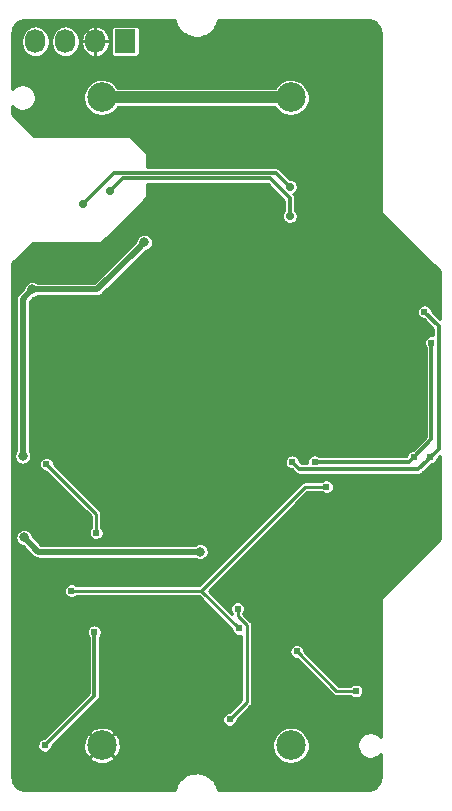
<source format=gbl>
G04 #@! TF.FileFunction,Copper,L2,Bot,Signal*
%FSLAX46Y46*%
G04 Gerber Fmt 4.6, Leading zero omitted, Abs format (unit mm)*
G04 Created by KiCad (PCBNEW 4.0.4-stable) date 2016 December 21, Wednesday 22:04:00*
%MOMM*%
%LPD*%
G01*
G04 APERTURE LIST*
%ADD10C,0.100000*%
%ADD11C,0.604800*%
%ADD12C,0.704800*%
%ADD13R,1.727200X2.032000*%
%ADD14O,1.727200X2.032000*%
%ADD15C,0.584200*%
%ADD16C,2.500000*%
%ADD17C,0.609600*%
%ADD18C,0.804800*%
%ADD19C,1.016000*%
%ADD20C,0.254000*%
%ADD21C,0.508000*%
%ADD22C,0.304800*%
%ADD23C,0.250000*%
G04 APERTURE END LIST*
D10*
D11*
X19250000Y11350000D03*
D12*
X17950000Y20700000D03*
X33600000Y46500000D03*
X34400001Y45700000D03*
X13350000Y18950000D03*
X12250000Y18950000D03*
X26850000Y22650000D03*
X29850000Y22650000D03*
X32800000Y29100000D03*
X7400000Y61350000D03*
X12900000Y11100000D03*
X32200000Y32350000D03*
X8600000Y61350000D03*
X3050000Y32400000D03*
X3050000Y33600000D03*
X24600000Y61600000D03*
X23400000Y61600000D03*
X24600000Y1400000D03*
X23400000Y1400000D03*
X8600000Y1400000D03*
X7400000Y1400000D03*
X11700000Y11100000D03*
X10500000Y11100000D03*
X34000000Y20300000D03*
X33200000Y19500000D03*
X32200000Y34550000D03*
X32200000Y38600000D03*
X27300000Y37500000D03*
X27300000Y38600000D03*
D13*
X9990001Y63800000D03*
D14*
X7450001Y63800000D03*
X4910001Y63800000D03*
X2370001Y63800000D03*
D12*
X27300000Y39700000D03*
D15*
X21900000Y12900000D03*
X22400000Y13650000D03*
X21400000Y13650000D03*
X21400000Y12150000D03*
X22400000Y12150000D03*
D16*
X24000000Y4200000D03*
X24000000Y59060000D03*
X8000000Y59060000D03*
X8000000Y4200000D03*
D11*
X24250000Y14700000D03*
D17*
X35100000Y23650000D03*
X35750000Y23650000D03*
X30000000Y48400000D03*
X30000000Y49000000D03*
X24700000Y49600000D03*
X24700000Y48400000D03*
X2800000Y56400000D03*
X34100000Y43300000D03*
D18*
X11599997Y46799997D03*
X2100000Y42800000D03*
X1300000Y28700000D03*
X1400000Y21800000D03*
X16300000Y20600000D03*
D17*
X19479566Y15779566D03*
X18800000Y6400000D03*
X3300000Y28000000D03*
X7500000Y22200000D03*
X34400000Y28600000D03*
D12*
X23900000Y49000000D03*
D17*
X26000001Y28200000D03*
D12*
X8700000Y51100000D03*
D17*
X35900000Y38300000D03*
X35800000Y28600000D03*
D12*
X23900000Y51500000D03*
X6400000Y50000000D03*
D17*
X35300000Y40900000D03*
X24100001Y28200000D03*
X27000000Y26100000D03*
X5400000Y17300000D03*
X19600000Y14100000D03*
X3150000Y4200002D03*
X7340822Y13800000D03*
X29500000Y8800000D03*
X24500000Y12150000D03*
D19*
X8000000Y59060000D02*
X24000000Y59060000D01*
D20*
X18800000Y6400000D02*
X20250000Y7850000D01*
X20250000Y7850000D02*
X20250000Y14400000D01*
X20250000Y14400000D02*
X19479566Y15170434D01*
X19479566Y15170434D02*
X19479566Y15779566D01*
D21*
X7600000Y42800000D02*
X11197598Y46397598D01*
X2100000Y42800000D02*
X7600000Y42800000D01*
X11197598Y46397598D02*
X11599997Y46799997D01*
X1300000Y28700000D02*
X1300000Y42000000D01*
X1300000Y42000000D02*
X2100000Y42800000D01*
X16300000Y20600000D02*
X2600000Y20600000D01*
X2600000Y20600000D02*
X1400000Y21800000D01*
D20*
X7500000Y22200000D02*
X7500000Y23800000D01*
X7500000Y23800000D02*
X3300000Y28000000D01*
D22*
X23900000Y49000000D02*
X23900000Y50527342D01*
X23900000Y50527342D02*
X22227342Y52200000D01*
X22227342Y52200000D02*
X9800000Y52200000D01*
X9800000Y52200000D02*
X8700000Y51100000D01*
X34400000Y28600000D02*
X34000000Y28200000D01*
X34000000Y28200000D02*
X26000001Y28200000D01*
X35900000Y30100000D02*
X35900000Y38300000D01*
X34400000Y28600000D02*
X35900000Y30100000D01*
X23547601Y51852399D02*
X23900000Y51500000D01*
X22742790Y52657210D02*
X23547601Y51852399D01*
X9057210Y52657210D02*
X22742790Y52657210D01*
X6400000Y50000000D02*
X9057210Y52657210D01*
X34790399Y27590399D02*
X35495201Y28295201D01*
X24709602Y27590399D02*
X34790399Y27590399D01*
X36509601Y39690399D02*
X36509601Y29309601D01*
X35300000Y40900000D02*
X36509601Y39690399D01*
X36509601Y29309601D02*
X36104799Y28904799D01*
X36104799Y28904799D02*
X35800000Y28600000D01*
X35495201Y28295201D02*
X35800000Y28600000D01*
X24100001Y28200000D02*
X24709602Y27590399D01*
D20*
X16400000Y17300000D02*
X25200000Y26100000D01*
X25200000Y26100000D02*
X27000000Y26100000D01*
X19600000Y14100000D02*
X16400000Y17300000D01*
X16400000Y17300000D02*
X5400000Y17300000D01*
D22*
X3454799Y4504801D02*
X3150000Y4200002D01*
X7340822Y8390824D02*
X3454799Y4504801D01*
X7340822Y13800000D02*
X7340822Y8390824D01*
D20*
X29500000Y8800000D02*
X27850000Y8800000D01*
X27850000Y8800000D02*
X24500000Y12150000D01*
D23*
G36*
X14141799Y65596799D02*
X14146790Y65571594D01*
X14148455Y65566216D01*
X14236973Y65287171D01*
X14251363Y65253597D01*
X14265295Y65219795D01*
X14267973Y65214842D01*
X14409006Y64958306D01*
X14429655Y64928149D01*
X14449875Y64897715D01*
X14453464Y64893377D01*
X14641639Y64669119D01*
X14667752Y64643547D01*
X14693498Y64617620D01*
X14697856Y64614067D01*
X14697861Y64614062D01*
X14697866Y64614058D01*
X14926011Y64430625D01*
X14956568Y64410629D01*
X14986886Y64390179D01*
X14991857Y64387537D01*
X15251293Y64251907D01*
X15285179Y64238216D01*
X15318863Y64224057D01*
X15324253Y64222430D01*
X15605090Y64139775D01*
X15640934Y64132938D01*
X15676784Y64125578D01*
X15682388Y64125029D01*
X15973932Y64098497D01*
X16010474Y64098752D01*
X16047016Y64098497D01*
X16052619Y64099047D01*
X16052623Y64099047D01*
X16343764Y64129647D01*
X16379527Y64136988D01*
X16415459Y64143842D01*
X16420848Y64145470D01*
X16700505Y64232039D01*
X16734176Y64246193D01*
X16768076Y64259889D01*
X16773047Y64262533D01*
X17030562Y64401771D01*
X17060853Y64422203D01*
X17091437Y64442216D01*
X17095800Y64445774D01*
X17321366Y64632379D01*
X17347126Y64658320D01*
X17373225Y64683877D01*
X17376808Y64688210D01*
X17376814Y64688216D01*
X17376818Y64688223D01*
X17561840Y64915080D01*
X17582048Y64945496D01*
X17602709Y64975670D01*
X17605386Y64980623D01*
X17742823Y65239104D01*
X17756742Y65272874D01*
X17771146Y65306480D01*
X17772810Y65311858D01*
X17857423Y65592112D01*
X17858351Y65596800D01*
X30480279Y65596799D01*
X30712663Y65574014D01*
X30917220Y65512254D01*
X31105890Y65411936D01*
X31271481Y65276883D01*
X31407684Y65112242D01*
X31509317Y64924275D01*
X31572503Y64720153D01*
X31596800Y64488982D01*
X31596800Y49500000D01*
X31600436Y49462915D01*
X31603680Y49425832D01*
X31604272Y49423794D01*
X31604479Y49421685D01*
X31615254Y49385995D01*
X31625635Y49350266D01*
X31626608Y49348389D01*
X31627223Y49346352D01*
X31644751Y49313387D01*
X31661848Y49280403D01*
X31663169Y49278748D01*
X31664166Y49276873D01*
X31687739Y49247969D01*
X31710941Y49218904D01*
X31713842Y49215964D01*
X31713901Y49215891D01*
X31713968Y49215835D01*
X31714895Y49214896D01*
X36596800Y44332989D01*
X36596800Y40282871D01*
X35932815Y40946857D01*
X35933027Y40962069D01*
X35908916Y41083842D01*
X35861610Y41198613D01*
X35792914Y41302010D01*
X35705442Y41390095D01*
X35602527Y41459512D01*
X35488089Y41507617D01*
X35366487Y41532579D01*
X35242352Y41533445D01*
X35120413Y41510184D01*
X35005315Y41463681D01*
X34901440Y41395708D01*
X34812747Y41308853D01*
X34742614Y41206426D01*
X34693711Y41092326D01*
X34667901Y40970901D01*
X34666168Y40846776D01*
X34688577Y40724677D01*
X34734275Y40609257D01*
X34801522Y40504911D01*
X34887755Y40415614D01*
X34989691Y40344767D01*
X35103446Y40295068D01*
X35224688Y40268411D01*
X35252500Y40267829D01*
X36029001Y39491328D01*
X36029001Y38919746D01*
X35966487Y38932579D01*
X35842352Y38933445D01*
X35720413Y38910184D01*
X35605315Y38863681D01*
X35501440Y38795708D01*
X35412747Y38708853D01*
X35342614Y38606426D01*
X35293711Y38492326D01*
X35267901Y38370901D01*
X35266168Y38246776D01*
X35288577Y38124677D01*
X35334275Y38009257D01*
X35401522Y37904911D01*
X35419400Y37886398D01*
X35419400Y30299071D01*
X34353694Y29233366D01*
X34342352Y29233445D01*
X34220413Y29210184D01*
X34105315Y29163681D01*
X34001440Y29095708D01*
X33912747Y29008853D01*
X33842614Y28906426D01*
X33793711Y28792326D01*
X33769963Y28680600D01*
X26414872Y28680600D01*
X26405443Y28690095D01*
X26302528Y28759512D01*
X26188090Y28807617D01*
X26066488Y28832579D01*
X25942353Y28833445D01*
X25820414Y28810184D01*
X25705316Y28763681D01*
X25601441Y28695708D01*
X25512748Y28608853D01*
X25442615Y28506426D01*
X25393712Y28392326D01*
X25367902Y28270901D01*
X25366169Y28146776D01*
X25380076Y28070999D01*
X24908674Y28070999D01*
X24732816Y28246857D01*
X24733028Y28262069D01*
X24708917Y28383842D01*
X24661611Y28498613D01*
X24592915Y28602010D01*
X24505443Y28690095D01*
X24402528Y28759512D01*
X24288090Y28807617D01*
X24166488Y28832579D01*
X24042353Y28833445D01*
X23920414Y28810184D01*
X23805316Y28763681D01*
X23701441Y28695708D01*
X23612748Y28608853D01*
X23542615Y28506426D01*
X23493712Y28392326D01*
X23467902Y28270901D01*
X23466169Y28146776D01*
X23488578Y28024677D01*
X23534276Y27909257D01*
X23601523Y27804911D01*
X23687756Y27715614D01*
X23789692Y27644767D01*
X23903447Y27595068D01*
X24024689Y27568411D01*
X24052500Y27567829D01*
X24369766Y27250563D01*
X24404087Y27222372D01*
X24438079Y27193849D01*
X24440294Y27192631D01*
X24442246Y27191028D01*
X24481405Y27170031D01*
X24520274Y27148663D01*
X24522677Y27147901D01*
X24524909Y27146704D01*
X24567384Y27133719D01*
X24609680Y27120301D01*
X24612194Y27120019D01*
X24614608Y27119281D01*
X24658755Y27114797D01*
X24702892Y27109846D01*
X24707831Y27109811D01*
X24707924Y27109802D01*
X24708010Y27109810D01*
X24709602Y27109799D01*
X34790399Y27109799D01*
X34834551Y27114128D01*
X34878806Y27118000D01*
X34881234Y27118706D01*
X34883748Y27118952D01*
X34926254Y27131785D01*
X34968878Y27144169D01*
X34971120Y27145331D01*
X34973541Y27146062D01*
X35012750Y27166910D01*
X35052153Y27187334D01*
X35054128Y27188911D01*
X35056359Y27190097D01*
X35090756Y27218150D01*
X35125457Y27245852D01*
X35128977Y27249323D01*
X35129046Y27249379D01*
X35129098Y27249442D01*
X35130235Y27250563D01*
X35834966Y27955295D01*
X35835037Y27955365D01*
X35845552Y27965880D01*
X35848798Y27965812D01*
X35971050Y27987368D01*
X36086787Y28032259D01*
X36191599Y28098776D01*
X36281497Y28184383D01*
X36353054Y28285822D01*
X36403545Y28399227D01*
X36431047Y28520280D01*
X36431487Y28551816D01*
X36444564Y28564893D01*
X36444635Y28564963D01*
X36596800Y28717128D01*
X36596800Y21667011D01*
X31714895Y16785105D01*
X31691262Y16756334D01*
X31667314Y16727795D01*
X31666293Y16725937D01*
X31664947Y16724299D01*
X31647321Y16691427D01*
X31629405Y16658837D01*
X31628766Y16656822D01*
X31627761Y16654948D01*
X31616857Y16619282D01*
X31605611Y16583830D01*
X31605375Y16581723D01*
X31604755Y16579696D01*
X31600992Y16542650D01*
X31596839Y16505630D01*
X31596810Y16501489D01*
X31596802Y16501407D01*
X31596809Y16501331D01*
X31596800Y16500000D01*
X31596800Y4928311D01*
X31452621Y5073499D01*
X31269196Y5197222D01*
X31065232Y5282960D01*
X30848500Y5327449D01*
X30627254Y5328993D01*
X30409921Y5287535D01*
X30204780Y5204653D01*
X30019645Y5083503D01*
X29861567Y4928702D01*
X29736567Y4746144D01*
X29649407Y4542784D01*
X29603406Y4326368D01*
X29600317Y4105138D01*
X29640257Y3887521D01*
X29721705Y3681807D01*
X29841559Y3495830D01*
X29995253Y3336675D01*
X30176934Y3210404D01*
X30379680Y3121826D01*
X30595770Y3074316D01*
X30816973Y3069682D01*
X31034863Y3108102D01*
X31241141Y3188112D01*
X31427950Y3306665D01*
X31588174Y3459244D01*
X31596800Y3471472D01*
X31596800Y1519723D01*
X31574014Y1287337D01*
X31512254Y1082781D01*
X31411935Y894107D01*
X31276888Y728523D01*
X31112240Y592315D01*
X30924279Y490684D01*
X30720150Y427496D01*
X30488972Y403199D01*
X17858204Y403201D01*
X17853214Y428405D01*
X17851551Y433775D01*
X17851549Y433782D01*
X17851546Y433788D01*
X17763029Y712828D01*
X17748654Y746367D01*
X17734709Y780201D01*
X17732031Y785154D01*
X17590998Y1041692D01*
X17570356Y1071839D01*
X17550129Y1102284D01*
X17546540Y1106622D01*
X17358365Y1330880D01*
X17332253Y1356451D01*
X17306507Y1382378D01*
X17302143Y1385937D01*
X17073993Y1569375D01*
X17043394Y1589398D01*
X17013118Y1609820D01*
X17008152Y1612460D01*
X17008148Y1612463D01*
X17008144Y1612465D01*
X16748712Y1748092D01*
X16714870Y1761765D01*
X16681142Y1775943D01*
X16675752Y1777570D01*
X16394914Y1860226D01*
X16359056Y1867066D01*
X16323219Y1874423D01*
X16317615Y1874972D01*
X16026071Y1901504D01*
X15989529Y1901249D01*
X15952987Y1901504D01*
X15947384Y1900954D01*
X15947382Y1900954D01*
X15656239Y1870354D01*
X15620476Y1863013D01*
X15584544Y1856159D01*
X15579154Y1854531D01*
X15299499Y1767963D01*
X15265828Y1753809D01*
X15231928Y1740113D01*
X15226957Y1737470D01*
X14969440Y1598232D01*
X14939132Y1577789D01*
X14908564Y1557786D01*
X14904201Y1554227D01*
X14678635Y1367623D01*
X14652875Y1341682D01*
X14626776Y1316125D01*
X14623188Y1311787D01*
X14438162Y1084922D01*
X14417971Y1054532D01*
X14397292Y1024332D01*
X14394615Y1019379D01*
X14257177Y760898D01*
X14243244Y727093D01*
X14228855Y693523D01*
X14227190Y688145D01*
X14142576Y407891D01*
X14141647Y403201D01*
X1519721Y403200D01*
X1287336Y425985D01*
X1082776Y487746D01*
X894111Y588061D01*
X728520Y723113D01*
X592314Y887759D01*
X490681Y1075723D01*
X427495Y1279846D01*
X403200Y1510998D01*
X403200Y3135249D01*
X6938078Y3135249D01*
X7069488Y2915857D01*
X7337891Y2758998D01*
X7631739Y2657515D01*
X7939740Y2615309D01*
X8250055Y2634002D01*
X8550761Y2712876D01*
X8830302Y2848899D01*
X8930512Y2915857D01*
X9061922Y3135249D01*
X8000000Y4197172D01*
X6938078Y3135249D01*
X403200Y3135249D01*
X403200Y4146778D01*
X2516168Y4146778D01*
X2538577Y4024679D01*
X2584275Y3909259D01*
X2651522Y3804913D01*
X2737755Y3715616D01*
X2839691Y3644769D01*
X2953446Y3595070D01*
X3074688Y3568413D01*
X3198798Y3565814D01*
X3321050Y3587370D01*
X3436787Y3632261D01*
X3541599Y3698778D01*
X3631497Y3784385D01*
X3703054Y3885824D01*
X3753545Y3999229D01*
X3781047Y4120282D01*
X3781487Y4151818D01*
X3794564Y4164895D01*
X3794635Y4164965D01*
X3889929Y4260260D01*
X6415309Y4260260D01*
X6434002Y3949945D01*
X6512876Y3649239D01*
X6648899Y3369698D01*
X6715857Y3269488D01*
X6935249Y3138078D01*
X7997172Y4200000D01*
X8002828Y4200000D01*
X9064751Y3138078D01*
X9284143Y3269488D01*
X9441002Y3537891D01*
X9542485Y3831739D01*
X9574764Y4067301D01*
X22419726Y4067301D01*
X22475597Y3762884D01*
X22589531Y3475118D01*
X22757191Y3214961D01*
X22972188Y2992325D01*
X23226335Y2815689D01*
X23509950Y2691780D01*
X23812231Y2625320D01*
X24121664Y2618838D01*
X24426463Y2672582D01*
X24715018Y2784505D01*
X24976338Y2950344D01*
X25200470Y3163782D01*
X25378876Y3416689D01*
X25504762Y3699432D01*
X25573331Y4001242D01*
X25578267Y4354750D01*
X25518152Y4658357D01*
X25400210Y4944505D01*
X25228935Y5202295D01*
X25010850Y5421908D01*
X24754262Y5594978D01*
X24468944Y5714915D01*
X24165765Y5777149D01*
X23856272Y5779309D01*
X23552253Y5721315D01*
X23265288Y5605374D01*
X23006309Y5435902D01*
X22785179Y5219356D01*
X22610321Y4963982D01*
X22488396Y4679509D01*
X22424047Y4376771D01*
X22419726Y4067301D01*
X9574764Y4067301D01*
X9584691Y4139740D01*
X9565998Y4450055D01*
X9487124Y4750761D01*
X9351101Y5030302D01*
X9284143Y5130512D01*
X9064751Y5261922D01*
X8002828Y4200000D01*
X7997172Y4200000D01*
X6935249Y5261922D01*
X6715857Y5130512D01*
X6558998Y4862109D01*
X6457515Y4568261D01*
X6415309Y4260260D01*
X3889929Y4260260D01*
X4894420Y5264751D01*
X6938078Y5264751D01*
X8000000Y4202828D01*
X9061922Y5264751D01*
X8930512Y5484143D01*
X8662109Y5641002D01*
X8368261Y5742485D01*
X8060260Y5784691D01*
X7749945Y5765998D01*
X7449239Y5687124D01*
X7169698Y5551101D01*
X7069488Y5484143D01*
X6938078Y5264751D01*
X4894420Y5264751D01*
X7680657Y8050988D01*
X7708824Y8085279D01*
X7737372Y8119301D01*
X7738590Y8121516D01*
X7740193Y8123468D01*
X7761171Y8162592D01*
X7782558Y8201496D01*
X7783322Y8203904D01*
X7784516Y8206131D01*
X7797488Y8248560D01*
X7810920Y8290902D01*
X7811202Y8293416D01*
X7811940Y8295830D01*
X7816424Y8339977D01*
X7821375Y8384114D01*
X7821410Y8389053D01*
X7821419Y8389146D01*
X7821411Y8389232D01*
X7821422Y8390824D01*
X7821422Y13383529D01*
X7822319Y13384383D01*
X7893876Y13485822D01*
X7944367Y13599227D01*
X7971869Y13720280D01*
X7973849Y13862069D01*
X7949738Y13983842D01*
X7902432Y14098613D01*
X7833736Y14202010D01*
X7746264Y14290095D01*
X7643349Y14359512D01*
X7528911Y14407617D01*
X7407309Y14432579D01*
X7283174Y14433445D01*
X7161235Y14410184D01*
X7046137Y14363681D01*
X6942262Y14295708D01*
X6853569Y14208853D01*
X6783436Y14106426D01*
X6734533Y13992326D01*
X6708723Y13870901D01*
X6706990Y13746776D01*
X6729399Y13624677D01*
X6775097Y13509257D01*
X6842344Y13404911D01*
X6860222Y13386398D01*
X6860222Y8589895D01*
X3114963Y4844637D01*
X3114958Y4844631D01*
X3103695Y4833368D01*
X3092352Y4833447D01*
X2970413Y4810186D01*
X2855315Y4763683D01*
X2751440Y4695710D01*
X2662747Y4608855D01*
X2592614Y4506428D01*
X2543711Y4392328D01*
X2517901Y4270903D01*
X2516168Y4146778D01*
X403200Y4146778D01*
X403200Y17246776D01*
X4766168Y17246776D01*
X4788577Y17124677D01*
X4834275Y17009257D01*
X4901522Y16904911D01*
X4987755Y16815614D01*
X5089691Y16744767D01*
X5203446Y16695068D01*
X5324688Y16668411D01*
X5448798Y16665812D01*
X5571050Y16687368D01*
X5686787Y16732259D01*
X5791599Y16798776D01*
X5839930Y16844800D01*
X16211450Y16844800D01*
X18966764Y14089486D01*
X18966168Y14046776D01*
X18988577Y13924677D01*
X19034275Y13809257D01*
X19101522Y13704911D01*
X19187755Y13615614D01*
X19289691Y13544767D01*
X19403446Y13495068D01*
X19524688Y13468411D01*
X19648798Y13465812D01*
X19771050Y13487368D01*
X19794800Y13496580D01*
X19794800Y8038550D01*
X18789367Y7033117D01*
X18742352Y7033445D01*
X18620413Y7010184D01*
X18505315Y6963681D01*
X18401440Y6895708D01*
X18312747Y6808853D01*
X18242614Y6706426D01*
X18193711Y6592326D01*
X18167901Y6470901D01*
X18166168Y6346776D01*
X18188577Y6224677D01*
X18234275Y6109257D01*
X18301522Y6004911D01*
X18387755Y5915614D01*
X18489691Y5844767D01*
X18603446Y5795068D01*
X18724688Y5768411D01*
X18848798Y5765812D01*
X18971050Y5787368D01*
X19086787Y5832259D01*
X19191599Y5898776D01*
X19281497Y5984383D01*
X19353054Y6085822D01*
X19403545Y6199227D01*
X19431047Y6320280D01*
X19431996Y6388246D01*
X20571875Y7528125D01*
X20598550Y7560600D01*
X20625592Y7592827D01*
X20626746Y7594926D01*
X20628264Y7596774D01*
X20648132Y7633828D01*
X20668390Y7670678D01*
X20669114Y7672959D01*
X20670245Y7675069D01*
X20682544Y7715295D01*
X20695253Y7755359D01*
X20695520Y7757736D01*
X20696220Y7760027D01*
X20700467Y7801845D01*
X20705156Y7843644D01*
X20705188Y7848326D01*
X20705197Y7848411D01*
X20705190Y7848490D01*
X20705200Y7850000D01*
X20705200Y12096776D01*
X23866168Y12096776D01*
X23888577Y11974677D01*
X23934275Y11859257D01*
X24001522Y11754911D01*
X24087755Y11665614D01*
X24189691Y11594767D01*
X24303446Y11545068D01*
X24424688Y11518411D01*
X24489190Y11517060D01*
X27528125Y8478125D01*
X27560622Y8451431D01*
X27592827Y8424408D01*
X27594923Y8423256D01*
X27596773Y8421736D01*
X27633849Y8401857D01*
X27670678Y8381610D01*
X27672959Y8380886D01*
X27675069Y8379755D01*
X27715267Y8367465D01*
X27755359Y8354747D01*
X27757740Y8354480D01*
X27760026Y8353781D01*
X27801805Y8349537D01*
X27843644Y8344844D01*
X27848325Y8344812D01*
X27848410Y8344803D01*
X27848489Y8344810D01*
X27850000Y8344800D01*
X29059570Y8344800D01*
X29087755Y8315614D01*
X29189691Y8244767D01*
X29303446Y8195068D01*
X29424688Y8168411D01*
X29548798Y8165812D01*
X29671050Y8187368D01*
X29786787Y8232259D01*
X29891599Y8298776D01*
X29981497Y8384383D01*
X30053054Y8485822D01*
X30103545Y8599227D01*
X30131047Y8720280D01*
X30133027Y8862069D01*
X30108916Y8983842D01*
X30061610Y9098613D01*
X29992914Y9202010D01*
X29905442Y9290095D01*
X29802527Y9359512D01*
X29688089Y9407617D01*
X29566487Y9432579D01*
X29442352Y9433445D01*
X29320413Y9410184D01*
X29205315Y9363681D01*
X29101440Y9295708D01*
X29060075Y9255200D01*
X28038550Y9255200D01*
X25132320Y12161430D01*
X25133027Y12212069D01*
X25108916Y12333842D01*
X25061610Y12448613D01*
X24992914Y12552010D01*
X24905442Y12640095D01*
X24802527Y12709512D01*
X24688089Y12757617D01*
X24566487Y12782579D01*
X24442352Y12783445D01*
X24320413Y12760184D01*
X24205315Y12713681D01*
X24101440Y12645708D01*
X24012747Y12558853D01*
X23942614Y12456426D01*
X23893711Y12342326D01*
X23867901Y12220901D01*
X23866168Y12096776D01*
X20705200Y12096776D01*
X20705200Y14400000D01*
X20701096Y14441860D01*
X20697432Y14483735D01*
X20696765Y14486032D01*
X20696531Y14488415D01*
X20684372Y14528687D01*
X20672646Y14569047D01*
X20671545Y14571171D01*
X20670853Y14573463D01*
X20651113Y14610590D01*
X20631763Y14647920D01*
X20630270Y14649791D01*
X20629146Y14651904D01*
X20602586Y14684469D01*
X20576338Y14717350D01*
X20573052Y14720682D01*
X20572997Y14720749D01*
X20572935Y14720800D01*
X20571875Y14721875D01*
X19945050Y15348700D01*
X19961063Y15363949D01*
X20032620Y15465388D01*
X20083111Y15578793D01*
X20110613Y15699846D01*
X20112593Y15841635D01*
X20088482Y15963408D01*
X20041176Y16078179D01*
X19972480Y16181576D01*
X19885008Y16269661D01*
X19782093Y16339078D01*
X19667655Y16387183D01*
X19546053Y16412145D01*
X19421918Y16413011D01*
X19299979Y16389750D01*
X19184881Y16343247D01*
X19081006Y16275274D01*
X18992313Y16188419D01*
X18922180Y16085992D01*
X18873277Y15971892D01*
X18847467Y15850467D01*
X18845734Y15726342D01*
X18868143Y15604243D01*
X18913841Y15488823D01*
X18981088Y15384477D01*
X19024366Y15339661D01*
X19024366Y15319384D01*
X17043750Y17300000D01*
X25388550Y25644800D01*
X26559570Y25644800D01*
X26587755Y25615614D01*
X26689691Y25544767D01*
X26803446Y25495068D01*
X26924688Y25468411D01*
X27048798Y25465812D01*
X27171050Y25487368D01*
X27286787Y25532259D01*
X27391599Y25598776D01*
X27481497Y25684383D01*
X27553054Y25785822D01*
X27603545Y25899227D01*
X27631047Y26020280D01*
X27633027Y26162069D01*
X27608916Y26283842D01*
X27561610Y26398613D01*
X27492914Y26502010D01*
X27405442Y26590095D01*
X27302527Y26659512D01*
X27188089Y26707617D01*
X27066487Y26732579D01*
X26942352Y26733445D01*
X26820413Y26710184D01*
X26705315Y26663681D01*
X26601440Y26595708D01*
X26560075Y26555200D01*
X25200000Y26555200D01*
X25158140Y26551096D01*
X25116265Y26547432D01*
X25113968Y26546765D01*
X25111585Y26546531D01*
X25071313Y26534372D01*
X25030953Y26522646D01*
X25028829Y26521545D01*
X25026537Y26520853D01*
X24989371Y26501092D01*
X24952080Y26481762D01*
X24950213Y26480272D01*
X24948096Y26479146D01*
X24915503Y26452564D01*
X24882650Y26426338D01*
X24879318Y26423052D01*
X24879251Y26422997D01*
X24879200Y26422935D01*
X24878125Y26421875D01*
X16211450Y17755200D01*
X5840094Y17755200D01*
X5805442Y17790095D01*
X5702527Y17859512D01*
X5588089Y17907617D01*
X5466487Y17932579D01*
X5342352Y17933445D01*
X5220413Y17910184D01*
X5105315Y17863681D01*
X5001440Y17795708D01*
X4912747Y17708853D01*
X4842614Y17606426D01*
X4793711Y17492326D01*
X4767901Y17370901D01*
X4766168Y17246776D01*
X403200Y17246776D01*
X403200Y21738569D01*
X668440Y21738569D01*
X694304Y21597645D01*
X747048Y21464428D01*
X824663Y21343994D01*
X924192Y21240928D01*
X1041845Y21159157D01*
X1173140Y21101796D01*
X1303513Y21073132D01*
X2188322Y20188323D01*
X2229881Y20154186D01*
X2271076Y20119619D01*
X2273758Y20118145D01*
X2276124Y20116201D01*
X2323516Y20090789D01*
X2370647Y20064879D01*
X2373566Y20063953D01*
X2376263Y20062507D01*
X2427665Y20046792D01*
X2478954Y20030522D01*
X2481998Y20030181D01*
X2484924Y20029286D01*
X2538403Y20023854D01*
X2591871Y20017857D01*
X2597860Y20017815D01*
X2597968Y20017804D01*
X2598069Y20017814D01*
X2600000Y20017800D01*
X15857469Y20017800D01*
X15941845Y19959157D01*
X16073140Y19901796D01*
X16213076Y19871029D01*
X16356322Y19868029D01*
X16497423Y19892909D01*
X16631005Y19944722D01*
X16751979Y20021494D01*
X16855737Y20120301D01*
X16938327Y20237380D01*
X16996603Y20368271D01*
X17028346Y20507988D01*
X17030631Y20671639D01*
X17002802Y20812188D01*
X16948203Y20944656D01*
X16868914Y21063995D01*
X16767955Y21165661D01*
X16649172Y21245781D01*
X16517090Y21301303D01*
X16376738Y21330113D01*
X16233463Y21331114D01*
X16092723Y21304266D01*
X15959878Y21250593D01*
X15855363Y21182200D01*
X2841155Y21182200D01*
X2125425Y21897931D01*
X2102802Y22012188D01*
X2048203Y22144656D01*
X1968914Y22263995D01*
X1867955Y22365661D01*
X1749172Y22445781D01*
X1617090Y22501303D01*
X1476738Y22530113D01*
X1333463Y22531114D01*
X1192723Y22504266D01*
X1059878Y22450593D01*
X939988Y22372139D01*
X837620Y22271893D01*
X756673Y22153672D01*
X700229Y22021980D01*
X670440Y21881833D01*
X668440Y21738569D01*
X403200Y21738569D01*
X403200Y27946776D01*
X2666168Y27946776D01*
X2688577Y27824677D01*
X2734275Y27709257D01*
X2801522Y27604911D01*
X2887755Y27515614D01*
X2989691Y27444767D01*
X3103446Y27395068D01*
X3224688Y27368411D01*
X3289190Y27367060D01*
X7044800Y23611450D01*
X7044800Y22640242D01*
X7012747Y22608853D01*
X6942614Y22506426D01*
X6893711Y22392326D01*
X6867901Y22270901D01*
X6866168Y22146776D01*
X6888577Y22024677D01*
X6934275Y21909257D01*
X7001522Y21804911D01*
X7087755Y21715614D01*
X7189691Y21644767D01*
X7303446Y21595068D01*
X7424688Y21568411D01*
X7548798Y21565812D01*
X7671050Y21587368D01*
X7786787Y21632259D01*
X7891599Y21698776D01*
X7981497Y21784383D01*
X8053054Y21885822D01*
X8103545Y21999227D01*
X8131047Y22120280D01*
X8133027Y22262069D01*
X8108916Y22383842D01*
X8061610Y22498613D01*
X7992914Y22602010D01*
X7955200Y22639988D01*
X7955200Y23800000D01*
X7951095Y23841864D01*
X7947432Y23883735D01*
X7946765Y23886032D01*
X7946531Y23888415D01*
X7934372Y23928687D01*
X7922646Y23969047D01*
X7921545Y23971171D01*
X7920853Y23973463D01*
X7901113Y24010590D01*
X7881763Y24047920D01*
X7880270Y24049791D01*
X7879146Y24051904D01*
X7852566Y24084494D01*
X7826338Y24117349D01*
X7823053Y24120681D01*
X7822997Y24120749D01*
X7822934Y24120801D01*
X7821875Y24121875D01*
X3932320Y28011430D01*
X3933027Y28062069D01*
X3908916Y28183842D01*
X3861610Y28298613D01*
X3792914Y28402010D01*
X3705442Y28490095D01*
X3602527Y28559512D01*
X3488089Y28607617D01*
X3366487Y28632579D01*
X3242352Y28633445D01*
X3120413Y28610184D01*
X3005315Y28563681D01*
X2901440Y28495708D01*
X2812747Y28408853D01*
X2742614Y28306426D01*
X2693711Y28192326D01*
X2667901Y28070901D01*
X2666168Y27946776D01*
X403200Y27946776D01*
X403200Y28638569D01*
X568440Y28638569D01*
X594304Y28497645D01*
X647048Y28364428D01*
X724663Y28243994D01*
X824192Y28140928D01*
X941845Y28059157D01*
X1073140Y28001796D01*
X1213076Y27971029D01*
X1356322Y27968029D01*
X1497423Y27992909D01*
X1631005Y28044722D01*
X1751979Y28121494D01*
X1855737Y28220301D01*
X1938327Y28337380D01*
X1996603Y28468271D01*
X2028346Y28607988D01*
X2030631Y28771639D01*
X2002802Y28912188D01*
X1948203Y29044656D01*
X1882200Y29143998D01*
X1882200Y41758844D01*
X2198890Y42075535D01*
X2297423Y42092909D01*
X2431005Y42144722D01*
X2546158Y42217800D01*
X7600000Y42217800D01*
X7653522Y42223048D01*
X7707096Y42227735D01*
X7710037Y42228589D01*
X7713083Y42228888D01*
X7764539Y42244423D01*
X7816211Y42259435D01*
X7818931Y42260845D01*
X7821859Y42261729D01*
X7869334Y42286972D01*
X7917089Y42311726D01*
X7919480Y42313635D01*
X7922185Y42315073D01*
X7963896Y42349092D01*
X8005889Y42382615D01*
X8010153Y42386819D01*
X8010238Y42386888D01*
X8010303Y42386966D01*
X8011678Y42388322D01*
X11609205Y45985850D01*
X11609276Y45985920D01*
X11698888Y46075532D01*
X11797420Y46092906D01*
X11931002Y46144719D01*
X12051976Y46221491D01*
X12155734Y46320298D01*
X12238324Y46437377D01*
X12296600Y46568268D01*
X12328343Y46707985D01*
X12330628Y46871636D01*
X12302799Y47012185D01*
X12248200Y47144653D01*
X12168911Y47263992D01*
X12067952Y47365658D01*
X11949169Y47445778D01*
X11817087Y47501300D01*
X11676735Y47530110D01*
X11533460Y47531111D01*
X11392720Y47504263D01*
X11259875Y47450590D01*
X11139985Y47372136D01*
X11037617Y47271890D01*
X10956670Y47153669D01*
X10900226Y47021977D01*
X10873666Y46897022D01*
X10785920Y46809276D01*
X10785915Y46809270D01*
X7358844Y43382200D01*
X2543435Y43382200D01*
X2449172Y43445781D01*
X2317090Y43501303D01*
X2176738Y43530113D01*
X2033463Y43531114D01*
X1892723Y43504266D01*
X1759878Y43450593D01*
X1639988Y43372139D01*
X1537620Y43271893D01*
X1456673Y43153672D01*
X1400229Y43021980D01*
X1373669Y42897024D01*
X888322Y42411678D01*
X854179Y42370112D01*
X819619Y42328924D01*
X818143Y42326239D01*
X816201Y42323875D01*
X790801Y42276504D01*
X764879Y42229353D01*
X763953Y42226434D01*
X762507Y42223737D01*
X746792Y42172335D01*
X730522Y42121046D01*
X730181Y42118002D01*
X729286Y42115076D01*
X723854Y42061597D01*
X717857Y42008129D01*
X717815Y42002140D01*
X717804Y42002032D01*
X717814Y42001931D01*
X717800Y42000000D01*
X717800Y29142946D01*
X656673Y29053672D01*
X600229Y28921980D01*
X570440Y28781833D01*
X568440Y28638569D01*
X403200Y28638569D01*
X403200Y45026425D01*
X2122325Y46745548D01*
X2156841Y46738714D01*
X2192553Y46731123D01*
X2198152Y46730534D01*
X2314694Y46719107D01*
X2331605Y46719107D01*
X2348409Y46717222D01*
X2354039Y46717183D01*
X7754039Y46717184D01*
X7791116Y46720819D01*
X7828208Y46724064D01*
X7830247Y46724656D01*
X7832354Y46724863D01*
X7868005Y46735627D01*
X7903775Y46746019D01*
X7905655Y46746994D01*
X7907687Y46747607D01*
X7940595Y46765105D01*
X7973637Y46782232D01*
X7975294Y46783554D01*
X7977166Y46784550D01*
X8006024Y46808085D01*
X8035136Y46831325D01*
X8038081Y46834231D01*
X8038148Y46834285D01*
X8038199Y46834347D01*
X8039144Y46835279D01*
X11439145Y50235280D01*
X11439205Y50235353D01*
X11441129Y50237277D01*
X11446676Y50242902D01*
X11458201Y50257134D01*
X11471154Y50270087D01*
X11474697Y50274463D01*
X11543574Y50360745D01*
X11554785Y50378009D01*
X11788388Y50611612D01*
X11815152Y50651368D01*
X11825000Y50700000D01*
X11825000Y51719400D01*
X22028270Y51719400D01*
X23419400Y50328271D01*
X23419400Y49481993D01*
X23376108Y49439598D01*
X23300700Y49329468D01*
X23248120Y49206789D01*
X23220369Y49076233D01*
X23218506Y48942773D01*
X23242600Y48811494D01*
X23291734Y48687394D01*
X23364038Y48575201D01*
X23456755Y48479189D01*
X23566356Y48403015D01*
X23688665Y48349579D01*
X23819024Y48320918D01*
X23952468Y48318123D01*
X24083912Y48341300D01*
X24208352Y48389567D01*
X24321047Y48461085D01*
X24417704Y48553130D01*
X24494641Y48662197D01*
X24548930Y48784130D01*
X24578500Y48914285D01*
X24580629Y49066736D01*
X24554704Y49197667D01*
X24503842Y49321068D01*
X24429979Y49432240D01*
X24380600Y49481966D01*
X24380600Y50527342D01*
X24376271Y50571494D01*
X24372399Y50615749D01*
X24371693Y50618177D01*
X24371447Y50620691D01*
X24358614Y50663197D01*
X24346230Y50705821D01*
X24345068Y50708063D01*
X24344337Y50710484D01*
X24323489Y50749693D01*
X24303065Y50789096D01*
X24301488Y50791071D01*
X24300302Y50793302D01*
X24272229Y50827723D01*
X24244547Y50862399D01*
X24241081Y50865915D01*
X24241020Y50865989D01*
X24240951Y50866046D01*
X24239836Y50867177D01*
X24213915Y50893098D01*
X24321047Y50961085D01*
X24417704Y51053130D01*
X24494641Y51162197D01*
X24548930Y51284130D01*
X24578500Y51414285D01*
X24580629Y51566736D01*
X24554704Y51697667D01*
X24503842Y51821068D01*
X24429979Y51932240D01*
X24335930Y52026949D01*
X24225276Y52101586D01*
X24102233Y52153308D01*
X23971486Y52180147D01*
X23899019Y52180652D01*
X23887437Y52192235D01*
X23887431Y52192240D01*
X23082626Y52997046D01*
X23048305Y53025237D01*
X23014313Y53053760D01*
X23012098Y53054978D01*
X23010146Y53056581D01*
X22970987Y53077578D01*
X22932118Y53098946D01*
X22929715Y53099708D01*
X22927483Y53100905D01*
X22885008Y53113890D01*
X22842712Y53127308D01*
X22840198Y53127590D01*
X22837784Y53128328D01*
X22793637Y53132812D01*
X22749500Y53137763D01*
X22744561Y53137798D01*
X22744468Y53137807D01*
X22744382Y53137799D01*
X22742790Y53137810D01*
X11825000Y53137810D01*
X11825000Y54299999D01*
X11815813Y54347036D01*
X11788388Y54388387D01*
X10388388Y55788387D01*
X10348632Y55815151D01*
X10300000Y55824999D01*
X2251777Y55825000D01*
X403200Y57673576D01*
X403200Y58333420D01*
X535253Y58196675D01*
X716934Y58070404D01*
X919680Y57981826D01*
X1135770Y57934316D01*
X1356973Y57929682D01*
X1574863Y57968102D01*
X1781141Y58048112D01*
X1967950Y58166665D01*
X2128174Y58319244D01*
X2255711Y58500038D01*
X2345702Y58702162D01*
X2394720Y58917915D01*
X2394851Y58927301D01*
X6419726Y58927301D01*
X6475597Y58622884D01*
X6589531Y58335118D01*
X6757191Y58074961D01*
X6972188Y57852325D01*
X7226335Y57675689D01*
X7509950Y57551780D01*
X7812231Y57485320D01*
X8121664Y57478838D01*
X8426463Y57532582D01*
X8715018Y57644505D01*
X8976338Y57810344D01*
X9200470Y58023782D01*
X9341567Y58223800D01*
X22661271Y58223800D01*
X22757191Y58074961D01*
X22972188Y57852325D01*
X23226335Y57675689D01*
X23509950Y57551780D01*
X23812231Y57485320D01*
X24121664Y57478838D01*
X24426463Y57532582D01*
X24715018Y57644505D01*
X24976338Y57810344D01*
X25200470Y58023782D01*
X25378876Y58276689D01*
X25504762Y58559432D01*
X25573331Y58861242D01*
X25578267Y59214750D01*
X25518152Y59518357D01*
X25400210Y59804505D01*
X25228935Y60062295D01*
X25010850Y60281908D01*
X24754262Y60454978D01*
X24468944Y60574915D01*
X24165765Y60637149D01*
X23856272Y60639309D01*
X23552253Y60581315D01*
X23265288Y60465374D01*
X23006309Y60295902D01*
X22785179Y60079356D01*
X22659770Y59896200D01*
X9339288Y59896200D01*
X9228935Y60062295D01*
X9010850Y60281908D01*
X8754262Y60454978D01*
X8468944Y60574915D01*
X8165765Y60637149D01*
X7856272Y60639309D01*
X7552253Y60581315D01*
X7265288Y60465374D01*
X7006309Y60295902D01*
X6785179Y60079356D01*
X6610321Y59823982D01*
X6488396Y59539509D01*
X6424047Y59236771D01*
X6419726Y58927301D01*
X2394851Y58927301D01*
X2398248Y59170626D01*
X2355274Y59387663D01*
X2270961Y59592221D01*
X2148523Y59776506D01*
X1992621Y59933499D01*
X1809196Y60057222D01*
X1605232Y60142960D01*
X1388500Y60187449D01*
X1167254Y60188993D01*
X949921Y60147535D01*
X744780Y60064653D01*
X559645Y59943503D01*
X403200Y59790301D01*
X403200Y63958904D01*
X1178201Y63958904D01*
X1178201Y63641096D01*
X1200899Y63409608D01*
X1268127Y63186936D01*
X1377325Y62981564D01*
X1524335Y62801313D01*
X1703555Y62653049D01*
X1908160Y62542419D01*
X2130356Y62473638D01*
X2361681Y62449325D01*
X2593322Y62470406D01*
X2816457Y62536078D01*
X3022587Y62643840D01*
X3203860Y62789587D01*
X3353371Y62967768D01*
X3465426Y63171596D01*
X3535757Y63393307D01*
X3561685Y63624456D01*
X3561801Y63641096D01*
X3561801Y63958904D01*
X3718201Y63958904D01*
X3718201Y63641096D01*
X3740899Y63409608D01*
X3808127Y63186936D01*
X3917325Y62981564D01*
X4064335Y62801313D01*
X4243555Y62653049D01*
X4448160Y62542419D01*
X4670356Y62473638D01*
X4901681Y62449325D01*
X5133322Y62470406D01*
X5356457Y62536078D01*
X5562587Y62643840D01*
X5743860Y62789587D01*
X5893371Y62967768D01*
X6005426Y63171596D01*
X6075757Y63393307D01*
X6101685Y63624456D01*
X6101801Y63641096D01*
X6101801Y63798000D01*
X6258201Y63798000D01*
X6258201Y63645600D01*
X6281491Y63413130D01*
X6349686Y63189670D01*
X6460166Y62983808D01*
X6608685Y62803455D01*
X6789535Y62655542D01*
X6995767Y62545754D01*
X7219454Y62478309D01*
X7261587Y62470788D01*
X7448001Y62537852D01*
X7448001Y63798000D01*
X7452001Y63798000D01*
X7452001Y62537852D01*
X7638415Y62470788D01*
X7680548Y62478309D01*
X7904235Y62545754D01*
X8110467Y62655542D01*
X8291317Y62803455D01*
X8439836Y62983808D01*
X8550316Y63189670D01*
X8618511Y63413130D01*
X8641801Y63645600D01*
X8641801Y63798000D01*
X7452001Y63798000D01*
X7448001Y63798000D01*
X6258201Y63798000D01*
X6101801Y63798000D01*
X6101801Y63954400D01*
X6258201Y63954400D01*
X6258201Y63802000D01*
X7448001Y63802000D01*
X7448001Y65062148D01*
X7452001Y65062148D01*
X7452001Y63802000D01*
X8641801Y63802000D01*
X8641801Y63954400D01*
X8618511Y64186870D01*
X8550316Y64410330D01*
X8439836Y64616192D01*
X8291317Y64796545D01*
X8267530Y64816000D01*
X8796613Y64816000D01*
X8796613Y62784000D01*
X8800781Y62731735D01*
X8828233Y62643089D01*
X8879295Y62565600D01*
X8949922Y62505404D01*
X9034524Y62467269D01*
X9126401Y62454212D01*
X10853601Y62454212D01*
X10905866Y62458380D01*
X10994512Y62485832D01*
X11072001Y62536894D01*
X11132197Y62607521D01*
X11170332Y62692123D01*
X11183389Y62784000D01*
X11183389Y64816000D01*
X11179221Y64868265D01*
X11151769Y64956911D01*
X11100707Y65034400D01*
X11030080Y65094596D01*
X10945478Y65132731D01*
X10853601Y65145788D01*
X9126401Y65145788D01*
X9074136Y65141620D01*
X8985490Y65114168D01*
X8908001Y65063106D01*
X8847805Y64992479D01*
X8809670Y64907877D01*
X8796613Y64816000D01*
X8267530Y64816000D01*
X8110467Y64944458D01*
X7904235Y65054246D01*
X7680548Y65121691D01*
X7638415Y65129212D01*
X7452001Y65062148D01*
X7448001Y65062148D01*
X7261587Y65129212D01*
X7219454Y65121691D01*
X6995767Y65054246D01*
X6789535Y64944458D01*
X6608685Y64796545D01*
X6460166Y64616192D01*
X6349686Y64410330D01*
X6281491Y64186870D01*
X6258201Y63954400D01*
X6101801Y63954400D01*
X6101801Y63958904D01*
X6079103Y64190392D01*
X6011875Y64413064D01*
X5902677Y64618436D01*
X5755667Y64798687D01*
X5576447Y64946951D01*
X5371842Y65057581D01*
X5149646Y65126362D01*
X4918321Y65150675D01*
X4686680Y65129594D01*
X4463545Y65063922D01*
X4257415Y64956160D01*
X4076142Y64810413D01*
X3926631Y64632232D01*
X3814576Y64428404D01*
X3744245Y64206693D01*
X3718317Y63975544D01*
X3718201Y63958904D01*
X3561801Y63958904D01*
X3539103Y64190392D01*
X3471875Y64413064D01*
X3362677Y64618436D01*
X3215667Y64798687D01*
X3036447Y64946951D01*
X2831842Y65057581D01*
X2609646Y65126362D01*
X2378321Y65150675D01*
X2146680Y65129594D01*
X1923545Y65063922D01*
X1717415Y64956160D01*
X1536142Y64810413D01*
X1386631Y64632232D01*
X1274576Y64428404D01*
X1204245Y64206693D01*
X1178317Y63975544D01*
X1178201Y63958904D01*
X403200Y63958904D01*
X403200Y64480278D01*
X425986Y64712664D01*
X487743Y64917217D01*
X588063Y65105892D01*
X723113Y65271479D01*
X887758Y65407685D01*
X1075720Y65509316D01*
X1279846Y65572505D01*
X1511015Y65596801D01*
X14141799Y65596799D01*
X14141799Y65596799D01*
G37*
X14141799Y65596799D02*
X14146790Y65571594D01*
X14148455Y65566216D01*
X14236973Y65287171D01*
X14251363Y65253597D01*
X14265295Y65219795D01*
X14267973Y65214842D01*
X14409006Y64958306D01*
X14429655Y64928149D01*
X14449875Y64897715D01*
X14453464Y64893377D01*
X14641639Y64669119D01*
X14667752Y64643547D01*
X14693498Y64617620D01*
X14697856Y64614067D01*
X14697861Y64614062D01*
X14697866Y64614058D01*
X14926011Y64430625D01*
X14956568Y64410629D01*
X14986886Y64390179D01*
X14991857Y64387537D01*
X15251293Y64251907D01*
X15285179Y64238216D01*
X15318863Y64224057D01*
X15324253Y64222430D01*
X15605090Y64139775D01*
X15640934Y64132938D01*
X15676784Y64125578D01*
X15682388Y64125029D01*
X15973932Y64098497D01*
X16010474Y64098752D01*
X16047016Y64098497D01*
X16052619Y64099047D01*
X16052623Y64099047D01*
X16343764Y64129647D01*
X16379527Y64136988D01*
X16415459Y64143842D01*
X16420848Y64145470D01*
X16700505Y64232039D01*
X16734176Y64246193D01*
X16768076Y64259889D01*
X16773047Y64262533D01*
X17030562Y64401771D01*
X17060853Y64422203D01*
X17091437Y64442216D01*
X17095800Y64445774D01*
X17321366Y64632379D01*
X17347126Y64658320D01*
X17373225Y64683877D01*
X17376808Y64688210D01*
X17376814Y64688216D01*
X17376818Y64688223D01*
X17561840Y64915080D01*
X17582048Y64945496D01*
X17602709Y64975670D01*
X17605386Y64980623D01*
X17742823Y65239104D01*
X17756742Y65272874D01*
X17771146Y65306480D01*
X17772810Y65311858D01*
X17857423Y65592112D01*
X17858351Y65596800D01*
X30480279Y65596799D01*
X30712663Y65574014D01*
X30917220Y65512254D01*
X31105890Y65411936D01*
X31271481Y65276883D01*
X31407684Y65112242D01*
X31509317Y64924275D01*
X31572503Y64720153D01*
X31596800Y64488982D01*
X31596800Y49500000D01*
X31600436Y49462915D01*
X31603680Y49425832D01*
X31604272Y49423794D01*
X31604479Y49421685D01*
X31615254Y49385995D01*
X31625635Y49350266D01*
X31626608Y49348389D01*
X31627223Y49346352D01*
X31644751Y49313387D01*
X31661848Y49280403D01*
X31663169Y49278748D01*
X31664166Y49276873D01*
X31687739Y49247969D01*
X31710941Y49218904D01*
X31713842Y49215964D01*
X31713901Y49215891D01*
X31713968Y49215835D01*
X31714895Y49214896D01*
X36596800Y44332989D01*
X36596800Y40282871D01*
X35932815Y40946857D01*
X35933027Y40962069D01*
X35908916Y41083842D01*
X35861610Y41198613D01*
X35792914Y41302010D01*
X35705442Y41390095D01*
X35602527Y41459512D01*
X35488089Y41507617D01*
X35366487Y41532579D01*
X35242352Y41533445D01*
X35120413Y41510184D01*
X35005315Y41463681D01*
X34901440Y41395708D01*
X34812747Y41308853D01*
X34742614Y41206426D01*
X34693711Y41092326D01*
X34667901Y40970901D01*
X34666168Y40846776D01*
X34688577Y40724677D01*
X34734275Y40609257D01*
X34801522Y40504911D01*
X34887755Y40415614D01*
X34989691Y40344767D01*
X35103446Y40295068D01*
X35224688Y40268411D01*
X35252500Y40267829D01*
X36029001Y39491328D01*
X36029001Y38919746D01*
X35966487Y38932579D01*
X35842352Y38933445D01*
X35720413Y38910184D01*
X35605315Y38863681D01*
X35501440Y38795708D01*
X35412747Y38708853D01*
X35342614Y38606426D01*
X35293711Y38492326D01*
X35267901Y38370901D01*
X35266168Y38246776D01*
X35288577Y38124677D01*
X35334275Y38009257D01*
X35401522Y37904911D01*
X35419400Y37886398D01*
X35419400Y30299071D01*
X34353694Y29233366D01*
X34342352Y29233445D01*
X34220413Y29210184D01*
X34105315Y29163681D01*
X34001440Y29095708D01*
X33912747Y29008853D01*
X33842614Y28906426D01*
X33793711Y28792326D01*
X33769963Y28680600D01*
X26414872Y28680600D01*
X26405443Y28690095D01*
X26302528Y28759512D01*
X26188090Y28807617D01*
X26066488Y28832579D01*
X25942353Y28833445D01*
X25820414Y28810184D01*
X25705316Y28763681D01*
X25601441Y28695708D01*
X25512748Y28608853D01*
X25442615Y28506426D01*
X25393712Y28392326D01*
X25367902Y28270901D01*
X25366169Y28146776D01*
X25380076Y28070999D01*
X24908674Y28070999D01*
X24732816Y28246857D01*
X24733028Y28262069D01*
X24708917Y28383842D01*
X24661611Y28498613D01*
X24592915Y28602010D01*
X24505443Y28690095D01*
X24402528Y28759512D01*
X24288090Y28807617D01*
X24166488Y28832579D01*
X24042353Y28833445D01*
X23920414Y28810184D01*
X23805316Y28763681D01*
X23701441Y28695708D01*
X23612748Y28608853D01*
X23542615Y28506426D01*
X23493712Y28392326D01*
X23467902Y28270901D01*
X23466169Y28146776D01*
X23488578Y28024677D01*
X23534276Y27909257D01*
X23601523Y27804911D01*
X23687756Y27715614D01*
X23789692Y27644767D01*
X23903447Y27595068D01*
X24024689Y27568411D01*
X24052500Y27567829D01*
X24369766Y27250563D01*
X24404087Y27222372D01*
X24438079Y27193849D01*
X24440294Y27192631D01*
X24442246Y27191028D01*
X24481405Y27170031D01*
X24520274Y27148663D01*
X24522677Y27147901D01*
X24524909Y27146704D01*
X24567384Y27133719D01*
X24609680Y27120301D01*
X24612194Y27120019D01*
X24614608Y27119281D01*
X24658755Y27114797D01*
X24702892Y27109846D01*
X24707831Y27109811D01*
X24707924Y27109802D01*
X24708010Y27109810D01*
X24709602Y27109799D01*
X34790399Y27109799D01*
X34834551Y27114128D01*
X34878806Y27118000D01*
X34881234Y27118706D01*
X34883748Y27118952D01*
X34926254Y27131785D01*
X34968878Y27144169D01*
X34971120Y27145331D01*
X34973541Y27146062D01*
X35012750Y27166910D01*
X35052153Y27187334D01*
X35054128Y27188911D01*
X35056359Y27190097D01*
X35090756Y27218150D01*
X35125457Y27245852D01*
X35128977Y27249323D01*
X35129046Y27249379D01*
X35129098Y27249442D01*
X35130235Y27250563D01*
X35834966Y27955295D01*
X35835037Y27955365D01*
X35845552Y27965880D01*
X35848798Y27965812D01*
X35971050Y27987368D01*
X36086787Y28032259D01*
X36191599Y28098776D01*
X36281497Y28184383D01*
X36353054Y28285822D01*
X36403545Y28399227D01*
X36431047Y28520280D01*
X36431487Y28551816D01*
X36444564Y28564893D01*
X36444635Y28564963D01*
X36596800Y28717128D01*
X36596800Y21667011D01*
X31714895Y16785105D01*
X31691262Y16756334D01*
X31667314Y16727795D01*
X31666293Y16725937D01*
X31664947Y16724299D01*
X31647321Y16691427D01*
X31629405Y16658837D01*
X31628766Y16656822D01*
X31627761Y16654948D01*
X31616857Y16619282D01*
X31605611Y16583830D01*
X31605375Y16581723D01*
X31604755Y16579696D01*
X31600992Y16542650D01*
X31596839Y16505630D01*
X31596810Y16501489D01*
X31596802Y16501407D01*
X31596809Y16501331D01*
X31596800Y16500000D01*
X31596800Y4928311D01*
X31452621Y5073499D01*
X31269196Y5197222D01*
X31065232Y5282960D01*
X30848500Y5327449D01*
X30627254Y5328993D01*
X30409921Y5287535D01*
X30204780Y5204653D01*
X30019645Y5083503D01*
X29861567Y4928702D01*
X29736567Y4746144D01*
X29649407Y4542784D01*
X29603406Y4326368D01*
X29600317Y4105138D01*
X29640257Y3887521D01*
X29721705Y3681807D01*
X29841559Y3495830D01*
X29995253Y3336675D01*
X30176934Y3210404D01*
X30379680Y3121826D01*
X30595770Y3074316D01*
X30816973Y3069682D01*
X31034863Y3108102D01*
X31241141Y3188112D01*
X31427950Y3306665D01*
X31588174Y3459244D01*
X31596800Y3471472D01*
X31596800Y1519723D01*
X31574014Y1287337D01*
X31512254Y1082781D01*
X31411935Y894107D01*
X31276888Y728523D01*
X31112240Y592315D01*
X30924279Y490684D01*
X30720150Y427496D01*
X30488972Y403199D01*
X17858204Y403201D01*
X17853214Y428405D01*
X17851551Y433775D01*
X17851549Y433782D01*
X17851546Y433788D01*
X17763029Y712828D01*
X17748654Y746367D01*
X17734709Y780201D01*
X17732031Y785154D01*
X17590998Y1041692D01*
X17570356Y1071839D01*
X17550129Y1102284D01*
X17546540Y1106622D01*
X17358365Y1330880D01*
X17332253Y1356451D01*
X17306507Y1382378D01*
X17302143Y1385937D01*
X17073993Y1569375D01*
X17043394Y1589398D01*
X17013118Y1609820D01*
X17008152Y1612460D01*
X17008148Y1612463D01*
X17008144Y1612465D01*
X16748712Y1748092D01*
X16714870Y1761765D01*
X16681142Y1775943D01*
X16675752Y1777570D01*
X16394914Y1860226D01*
X16359056Y1867066D01*
X16323219Y1874423D01*
X16317615Y1874972D01*
X16026071Y1901504D01*
X15989529Y1901249D01*
X15952987Y1901504D01*
X15947384Y1900954D01*
X15947382Y1900954D01*
X15656239Y1870354D01*
X15620476Y1863013D01*
X15584544Y1856159D01*
X15579154Y1854531D01*
X15299499Y1767963D01*
X15265828Y1753809D01*
X15231928Y1740113D01*
X15226957Y1737470D01*
X14969440Y1598232D01*
X14939132Y1577789D01*
X14908564Y1557786D01*
X14904201Y1554227D01*
X14678635Y1367623D01*
X14652875Y1341682D01*
X14626776Y1316125D01*
X14623188Y1311787D01*
X14438162Y1084922D01*
X14417971Y1054532D01*
X14397292Y1024332D01*
X14394615Y1019379D01*
X14257177Y760898D01*
X14243244Y727093D01*
X14228855Y693523D01*
X14227190Y688145D01*
X14142576Y407891D01*
X14141647Y403201D01*
X1519721Y403200D01*
X1287336Y425985D01*
X1082776Y487746D01*
X894111Y588061D01*
X728520Y723113D01*
X592314Y887759D01*
X490681Y1075723D01*
X427495Y1279846D01*
X403200Y1510998D01*
X403200Y3135249D01*
X6938078Y3135249D01*
X7069488Y2915857D01*
X7337891Y2758998D01*
X7631739Y2657515D01*
X7939740Y2615309D01*
X8250055Y2634002D01*
X8550761Y2712876D01*
X8830302Y2848899D01*
X8930512Y2915857D01*
X9061922Y3135249D01*
X8000000Y4197172D01*
X6938078Y3135249D01*
X403200Y3135249D01*
X403200Y4146778D01*
X2516168Y4146778D01*
X2538577Y4024679D01*
X2584275Y3909259D01*
X2651522Y3804913D01*
X2737755Y3715616D01*
X2839691Y3644769D01*
X2953446Y3595070D01*
X3074688Y3568413D01*
X3198798Y3565814D01*
X3321050Y3587370D01*
X3436787Y3632261D01*
X3541599Y3698778D01*
X3631497Y3784385D01*
X3703054Y3885824D01*
X3753545Y3999229D01*
X3781047Y4120282D01*
X3781487Y4151818D01*
X3794564Y4164895D01*
X3794635Y4164965D01*
X3889929Y4260260D01*
X6415309Y4260260D01*
X6434002Y3949945D01*
X6512876Y3649239D01*
X6648899Y3369698D01*
X6715857Y3269488D01*
X6935249Y3138078D01*
X7997172Y4200000D01*
X8002828Y4200000D01*
X9064751Y3138078D01*
X9284143Y3269488D01*
X9441002Y3537891D01*
X9542485Y3831739D01*
X9574764Y4067301D01*
X22419726Y4067301D01*
X22475597Y3762884D01*
X22589531Y3475118D01*
X22757191Y3214961D01*
X22972188Y2992325D01*
X23226335Y2815689D01*
X23509950Y2691780D01*
X23812231Y2625320D01*
X24121664Y2618838D01*
X24426463Y2672582D01*
X24715018Y2784505D01*
X24976338Y2950344D01*
X25200470Y3163782D01*
X25378876Y3416689D01*
X25504762Y3699432D01*
X25573331Y4001242D01*
X25578267Y4354750D01*
X25518152Y4658357D01*
X25400210Y4944505D01*
X25228935Y5202295D01*
X25010850Y5421908D01*
X24754262Y5594978D01*
X24468944Y5714915D01*
X24165765Y5777149D01*
X23856272Y5779309D01*
X23552253Y5721315D01*
X23265288Y5605374D01*
X23006309Y5435902D01*
X22785179Y5219356D01*
X22610321Y4963982D01*
X22488396Y4679509D01*
X22424047Y4376771D01*
X22419726Y4067301D01*
X9574764Y4067301D01*
X9584691Y4139740D01*
X9565998Y4450055D01*
X9487124Y4750761D01*
X9351101Y5030302D01*
X9284143Y5130512D01*
X9064751Y5261922D01*
X8002828Y4200000D01*
X7997172Y4200000D01*
X6935249Y5261922D01*
X6715857Y5130512D01*
X6558998Y4862109D01*
X6457515Y4568261D01*
X6415309Y4260260D01*
X3889929Y4260260D01*
X4894420Y5264751D01*
X6938078Y5264751D01*
X8000000Y4202828D01*
X9061922Y5264751D01*
X8930512Y5484143D01*
X8662109Y5641002D01*
X8368261Y5742485D01*
X8060260Y5784691D01*
X7749945Y5765998D01*
X7449239Y5687124D01*
X7169698Y5551101D01*
X7069488Y5484143D01*
X6938078Y5264751D01*
X4894420Y5264751D01*
X7680657Y8050988D01*
X7708824Y8085279D01*
X7737372Y8119301D01*
X7738590Y8121516D01*
X7740193Y8123468D01*
X7761171Y8162592D01*
X7782558Y8201496D01*
X7783322Y8203904D01*
X7784516Y8206131D01*
X7797488Y8248560D01*
X7810920Y8290902D01*
X7811202Y8293416D01*
X7811940Y8295830D01*
X7816424Y8339977D01*
X7821375Y8384114D01*
X7821410Y8389053D01*
X7821419Y8389146D01*
X7821411Y8389232D01*
X7821422Y8390824D01*
X7821422Y13383529D01*
X7822319Y13384383D01*
X7893876Y13485822D01*
X7944367Y13599227D01*
X7971869Y13720280D01*
X7973849Y13862069D01*
X7949738Y13983842D01*
X7902432Y14098613D01*
X7833736Y14202010D01*
X7746264Y14290095D01*
X7643349Y14359512D01*
X7528911Y14407617D01*
X7407309Y14432579D01*
X7283174Y14433445D01*
X7161235Y14410184D01*
X7046137Y14363681D01*
X6942262Y14295708D01*
X6853569Y14208853D01*
X6783436Y14106426D01*
X6734533Y13992326D01*
X6708723Y13870901D01*
X6706990Y13746776D01*
X6729399Y13624677D01*
X6775097Y13509257D01*
X6842344Y13404911D01*
X6860222Y13386398D01*
X6860222Y8589895D01*
X3114963Y4844637D01*
X3114958Y4844631D01*
X3103695Y4833368D01*
X3092352Y4833447D01*
X2970413Y4810186D01*
X2855315Y4763683D01*
X2751440Y4695710D01*
X2662747Y4608855D01*
X2592614Y4506428D01*
X2543711Y4392328D01*
X2517901Y4270903D01*
X2516168Y4146778D01*
X403200Y4146778D01*
X403200Y17246776D01*
X4766168Y17246776D01*
X4788577Y17124677D01*
X4834275Y17009257D01*
X4901522Y16904911D01*
X4987755Y16815614D01*
X5089691Y16744767D01*
X5203446Y16695068D01*
X5324688Y16668411D01*
X5448798Y16665812D01*
X5571050Y16687368D01*
X5686787Y16732259D01*
X5791599Y16798776D01*
X5839930Y16844800D01*
X16211450Y16844800D01*
X18966764Y14089486D01*
X18966168Y14046776D01*
X18988577Y13924677D01*
X19034275Y13809257D01*
X19101522Y13704911D01*
X19187755Y13615614D01*
X19289691Y13544767D01*
X19403446Y13495068D01*
X19524688Y13468411D01*
X19648798Y13465812D01*
X19771050Y13487368D01*
X19794800Y13496580D01*
X19794800Y8038550D01*
X18789367Y7033117D01*
X18742352Y7033445D01*
X18620413Y7010184D01*
X18505315Y6963681D01*
X18401440Y6895708D01*
X18312747Y6808853D01*
X18242614Y6706426D01*
X18193711Y6592326D01*
X18167901Y6470901D01*
X18166168Y6346776D01*
X18188577Y6224677D01*
X18234275Y6109257D01*
X18301522Y6004911D01*
X18387755Y5915614D01*
X18489691Y5844767D01*
X18603446Y5795068D01*
X18724688Y5768411D01*
X18848798Y5765812D01*
X18971050Y5787368D01*
X19086787Y5832259D01*
X19191599Y5898776D01*
X19281497Y5984383D01*
X19353054Y6085822D01*
X19403545Y6199227D01*
X19431047Y6320280D01*
X19431996Y6388246D01*
X20571875Y7528125D01*
X20598550Y7560600D01*
X20625592Y7592827D01*
X20626746Y7594926D01*
X20628264Y7596774D01*
X20648132Y7633828D01*
X20668390Y7670678D01*
X20669114Y7672959D01*
X20670245Y7675069D01*
X20682544Y7715295D01*
X20695253Y7755359D01*
X20695520Y7757736D01*
X20696220Y7760027D01*
X20700467Y7801845D01*
X20705156Y7843644D01*
X20705188Y7848326D01*
X20705197Y7848411D01*
X20705190Y7848490D01*
X20705200Y7850000D01*
X20705200Y12096776D01*
X23866168Y12096776D01*
X23888577Y11974677D01*
X23934275Y11859257D01*
X24001522Y11754911D01*
X24087755Y11665614D01*
X24189691Y11594767D01*
X24303446Y11545068D01*
X24424688Y11518411D01*
X24489190Y11517060D01*
X27528125Y8478125D01*
X27560622Y8451431D01*
X27592827Y8424408D01*
X27594923Y8423256D01*
X27596773Y8421736D01*
X27633849Y8401857D01*
X27670678Y8381610D01*
X27672959Y8380886D01*
X27675069Y8379755D01*
X27715267Y8367465D01*
X27755359Y8354747D01*
X27757740Y8354480D01*
X27760026Y8353781D01*
X27801805Y8349537D01*
X27843644Y8344844D01*
X27848325Y8344812D01*
X27848410Y8344803D01*
X27848489Y8344810D01*
X27850000Y8344800D01*
X29059570Y8344800D01*
X29087755Y8315614D01*
X29189691Y8244767D01*
X29303446Y8195068D01*
X29424688Y8168411D01*
X29548798Y8165812D01*
X29671050Y8187368D01*
X29786787Y8232259D01*
X29891599Y8298776D01*
X29981497Y8384383D01*
X30053054Y8485822D01*
X30103545Y8599227D01*
X30131047Y8720280D01*
X30133027Y8862069D01*
X30108916Y8983842D01*
X30061610Y9098613D01*
X29992914Y9202010D01*
X29905442Y9290095D01*
X29802527Y9359512D01*
X29688089Y9407617D01*
X29566487Y9432579D01*
X29442352Y9433445D01*
X29320413Y9410184D01*
X29205315Y9363681D01*
X29101440Y9295708D01*
X29060075Y9255200D01*
X28038550Y9255200D01*
X25132320Y12161430D01*
X25133027Y12212069D01*
X25108916Y12333842D01*
X25061610Y12448613D01*
X24992914Y12552010D01*
X24905442Y12640095D01*
X24802527Y12709512D01*
X24688089Y12757617D01*
X24566487Y12782579D01*
X24442352Y12783445D01*
X24320413Y12760184D01*
X24205315Y12713681D01*
X24101440Y12645708D01*
X24012747Y12558853D01*
X23942614Y12456426D01*
X23893711Y12342326D01*
X23867901Y12220901D01*
X23866168Y12096776D01*
X20705200Y12096776D01*
X20705200Y14400000D01*
X20701096Y14441860D01*
X20697432Y14483735D01*
X20696765Y14486032D01*
X20696531Y14488415D01*
X20684372Y14528687D01*
X20672646Y14569047D01*
X20671545Y14571171D01*
X20670853Y14573463D01*
X20651113Y14610590D01*
X20631763Y14647920D01*
X20630270Y14649791D01*
X20629146Y14651904D01*
X20602586Y14684469D01*
X20576338Y14717350D01*
X20573052Y14720682D01*
X20572997Y14720749D01*
X20572935Y14720800D01*
X20571875Y14721875D01*
X19945050Y15348700D01*
X19961063Y15363949D01*
X20032620Y15465388D01*
X20083111Y15578793D01*
X20110613Y15699846D01*
X20112593Y15841635D01*
X20088482Y15963408D01*
X20041176Y16078179D01*
X19972480Y16181576D01*
X19885008Y16269661D01*
X19782093Y16339078D01*
X19667655Y16387183D01*
X19546053Y16412145D01*
X19421918Y16413011D01*
X19299979Y16389750D01*
X19184881Y16343247D01*
X19081006Y16275274D01*
X18992313Y16188419D01*
X18922180Y16085992D01*
X18873277Y15971892D01*
X18847467Y15850467D01*
X18845734Y15726342D01*
X18868143Y15604243D01*
X18913841Y15488823D01*
X18981088Y15384477D01*
X19024366Y15339661D01*
X19024366Y15319384D01*
X17043750Y17300000D01*
X25388550Y25644800D01*
X26559570Y25644800D01*
X26587755Y25615614D01*
X26689691Y25544767D01*
X26803446Y25495068D01*
X26924688Y25468411D01*
X27048798Y25465812D01*
X27171050Y25487368D01*
X27286787Y25532259D01*
X27391599Y25598776D01*
X27481497Y25684383D01*
X27553054Y25785822D01*
X27603545Y25899227D01*
X27631047Y26020280D01*
X27633027Y26162069D01*
X27608916Y26283842D01*
X27561610Y26398613D01*
X27492914Y26502010D01*
X27405442Y26590095D01*
X27302527Y26659512D01*
X27188089Y26707617D01*
X27066487Y26732579D01*
X26942352Y26733445D01*
X26820413Y26710184D01*
X26705315Y26663681D01*
X26601440Y26595708D01*
X26560075Y26555200D01*
X25200000Y26555200D01*
X25158140Y26551096D01*
X25116265Y26547432D01*
X25113968Y26546765D01*
X25111585Y26546531D01*
X25071313Y26534372D01*
X25030953Y26522646D01*
X25028829Y26521545D01*
X25026537Y26520853D01*
X24989371Y26501092D01*
X24952080Y26481762D01*
X24950213Y26480272D01*
X24948096Y26479146D01*
X24915503Y26452564D01*
X24882650Y26426338D01*
X24879318Y26423052D01*
X24879251Y26422997D01*
X24879200Y26422935D01*
X24878125Y26421875D01*
X16211450Y17755200D01*
X5840094Y17755200D01*
X5805442Y17790095D01*
X5702527Y17859512D01*
X5588089Y17907617D01*
X5466487Y17932579D01*
X5342352Y17933445D01*
X5220413Y17910184D01*
X5105315Y17863681D01*
X5001440Y17795708D01*
X4912747Y17708853D01*
X4842614Y17606426D01*
X4793711Y17492326D01*
X4767901Y17370901D01*
X4766168Y17246776D01*
X403200Y17246776D01*
X403200Y21738569D01*
X668440Y21738569D01*
X694304Y21597645D01*
X747048Y21464428D01*
X824663Y21343994D01*
X924192Y21240928D01*
X1041845Y21159157D01*
X1173140Y21101796D01*
X1303513Y21073132D01*
X2188322Y20188323D01*
X2229881Y20154186D01*
X2271076Y20119619D01*
X2273758Y20118145D01*
X2276124Y20116201D01*
X2323516Y20090789D01*
X2370647Y20064879D01*
X2373566Y20063953D01*
X2376263Y20062507D01*
X2427665Y20046792D01*
X2478954Y20030522D01*
X2481998Y20030181D01*
X2484924Y20029286D01*
X2538403Y20023854D01*
X2591871Y20017857D01*
X2597860Y20017815D01*
X2597968Y20017804D01*
X2598069Y20017814D01*
X2600000Y20017800D01*
X15857469Y20017800D01*
X15941845Y19959157D01*
X16073140Y19901796D01*
X16213076Y19871029D01*
X16356322Y19868029D01*
X16497423Y19892909D01*
X16631005Y19944722D01*
X16751979Y20021494D01*
X16855737Y20120301D01*
X16938327Y20237380D01*
X16996603Y20368271D01*
X17028346Y20507988D01*
X17030631Y20671639D01*
X17002802Y20812188D01*
X16948203Y20944656D01*
X16868914Y21063995D01*
X16767955Y21165661D01*
X16649172Y21245781D01*
X16517090Y21301303D01*
X16376738Y21330113D01*
X16233463Y21331114D01*
X16092723Y21304266D01*
X15959878Y21250593D01*
X15855363Y21182200D01*
X2841155Y21182200D01*
X2125425Y21897931D01*
X2102802Y22012188D01*
X2048203Y22144656D01*
X1968914Y22263995D01*
X1867955Y22365661D01*
X1749172Y22445781D01*
X1617090Y22501303D01*
X1476738Y22530113D01*
X1333463Y22531114D01*
X1192723Y22504266D01*
X1059878Y22450593D01*
X939988Y22372139D01*
X837620Y22271893D01*
X756673Y22153672D01*
X700229Y22021980D01*
X670440Y21881833D01*
X668440Y21738569D01*
X403200Y21738569D01*
X403200Y27946776D01*
X2666168Y27946776D01*
X2688577Y27824677D01*
X2734275Y27709257D01*
X2801522Y27604911D01*
X2887755Y27515614D01*
X2989691Y27444767D01*
X3103446Y27395068D01*
X3224688Y27368411D01*
X3289190Y27367060D01*
X7044800Y23611450D01*
X7044800Y22640242D01*
X7012747Y22608853D01*
X6942614Y22506426D01*
X6893711Y22392326D01*
X6867901Y22270901D01*
X6866168Y22146776D01*
X6888577Y22024677D01*
X6934275Y21909257D01*
X7001522Y21804911D01*
X7087755Y21715614D01*
X7189691Y21644767D01*
X7303446Y21595068D01*
X7424688Y21568411D01*
X7548798Y21565812D01*
X7671050Y21587368D01*
X7786787Y21632259D01*
X7891599Y21698776D01*
X7981497Y21784383D01*
X8053054Y21885822D01*
X8103545Y21999227D01*
X8131047Y22120280D01*
X8133027Y22262069D01*
X8108916Y22383842D01*
X8061610Y22498613D01*
X7992914Y22602010D01*
X7955200Y22639988D01*
X7955200Y23800000D01*
X7951095Y23841864D01*
X7947432Y23883735D01*
X7946765Y23886032D01*
X7946531Y23888415D01*
X7934372Y23928687D01*
X7922646Y23969047D01*
X7921545Y23971171D01*
X7920853Y23973463D01*
X7901113Y24010590D01*
X7881763Y24047920D01*
X7880270Y24049791D01*
X7879146Y24051904D01*
X7852566Y24084494D01*
X7826338Y24117349D01*
X7823053Y24120681D01*
X7822997Y24120749D01*
X7822934Y24120801D01*
X7821875Y24121875D01*
X3932320Y28011430D01*
X3933027Y28062069D01*
X3908916Y28183842D01*
X3861610Y28298613D01*
X3792914Y28402010D01*
X3705442Y28490095D01*
X3602527Y28559512D01*
X3488089Y28607617D01*
X3366487Y28632579D01*
X3242352Y28633445D01*
X3120413Y28610184D01*
X3005315Y28563681D01*
X2901440Y28495708D01*
X2812747Y28408853D01*
X2742614Y28306426D01*
X2693711Y28192326D01*
X2667901Y28070901D01*
X2666168Y27946776D01*
X403200Y27946776D01*
X403200Y28638569D01*
X568440Y28638569D01*
X594304Y28497645D01*
X647048Y28364428D01*
X724663Y28243994D01*
X824192Y28140928D01*
X941845Y28059157D01*
X1073140Y28001796D01*
X1213076Y27971029D01*
X1356322Y27968029D01*
X1497423Y27992909D01*
X1631005Y28044722D01*
X1751979Y28121494D01*
X1855737Y28220301D01*
X1938327Y28337380D01*
X1996603Y28468271D01*
X2028346Y28607988D01*
X2030631Y28771639D01*
X2002802Y28912188D01*
X1948203Y29044656D01*
X1882200Y29143998D01*
X1882200Y41758844D01*
X2198890Y42075535D01*
X2297423Y42092909D01*
X2431005Y42144722D01*
X2546158Y42217800D01*
X7600000Y42217800D01*
X7653522Y42223048D01*
X7707096Y42227735D01*
X7710037Y42228589D01*
X7713083Y42228888D01*
X7764539Y42244423D01*
X7816211Y42259435D01*
X7818931Y42260845D01*
X7821859Y42261729D01*
X7869334Y42286972D01*
X7917089Y42311726D01*
X7919480Y42313635D01*
X7922185Y42315073D01*
X7963896Y42349092D01*
X8005889Y42382615D01*
X8010153Y42386819D01*
X8010238Y42386888D01*
X8010303Y42386966D01*
X8011678Y42388322D01*
X11609205Y45985850D01*
X11609276Y45985920D01*
X11698888Y46075532D01*
X11797420Y46092906D01*
X11931002Y46144719D01*
X12051976Y46221491D01*
X12155734Y46320298D01*
X12238324Y46437377D01*
X12296600Y46568268D01*
X12328343Y46707985D01*
X12330628Y46871636D01*
X12302799Y47012185D01*
X12248200Y47144653D01*
X12168911Y47263992D01*
X12067952Y47365658D01*
X11949169Y47445778D01*
X11817087Y47501300D01*
X11676735Y47530110D01*
X11533460Y47531111D01*
X11392720Y47504263D01*
X11259875Y47450590D01*
X11139985Y47372136D01*
X11037617Y47271890D01*
X10956670Y47153669D01*
X10900226Y47021977D01*
X10873666Y46897022D01*
X10785920Y46809276D01*
X10785915Y46809270D01*
X7358844Y43382200D01*
X2543435Y43382200D01*
X2449172Y43445781D01*
X2317090Y43501303D01*
X2176738Y43530113D01*
X2033463Y43531114D01*
X1892723Y43504266D01*
X1759878Y43450593D01*
X1639988Y43372139D01*
X1537620Y43271893D01*
X1456673Y43153672D01*
X1400229Y43021980D01*
X1373669Y42897024D01*
X888322Y42411678D01*
X854179Y42370112D01*
X819619Y42328924D01*
X818143Y42326239D01*
X816201Y42323875D01*
X790801Y42276504D01*
X764879Y42229353D01*
X763953Y42226434D01*
X762507Y42223737D01*
X746792Y42172335D01*
X730522Y42121046D01*
X730181Y42118002D01*
X729286Y42115076D01*
X723854Y42061597D01*
X717857Y42008129D01*
X717815Y42002140D01*
X717804Y42002032D01*
X717814Y42001931D01*
X717800Y42000000D01*
X717800Y29142946D01*
X656673Y29053672D01*
X600229Y28921980D01*
X570440Y28781833D01*
X568440Y28638569D01*
X403200Y28638569D01*
X403200Y45026425D01*
X2122325Y46745548D01*
X2156841Y46738714D01*
X2192553Y46731123D01*
X2198152Y46730534D01*
X2314694Y46719107D01*
X2331605Y46719107D01*
X2348409Y46717222D01*
X2354039Y46717183D01*
X7754039Y46717184D01*
X7791116Y46720819D01*
X7828208Y46724064D01*
X7830247Y46724656D01*
X7832354Y46724863D01*
X7868005Y46735627D01*
X7903775Y46746019D01*
X7905655Y46746994D01*
X7907687Y46747607D01*
X7940595Y46765105D01*
X7973637Y46782232D01*
X7975294Y46783554D01*
X7977166Y46784550D01*
X8006024Y46808085D01*
X8035136Y46831325D01*
X8038081Y46834231D01*
X8038148Y46834285D01*
X8038199Y46834347D01*
X8039144Y46835279D01*
X11439145Y50235280D01*
X11439205Y50235353D01*
X11441129Y50237277D01*
X11446676Y50242902D01*
X11458201Y50257134D01*
X11471154Y50270087D01*
X11474697Y50274463D01*
X11543574Y50360745D01*
X11554785Y50378009D01*
X11788388Y50611612D01*
X11815152Y50651368D01*
X11825000Y50700000D01*
X11825000Y51719400D01*
X22028270Y51719400D01*
X23419400Y50328271D01*
X23419400Y49481993D01*
X23376108Y49439598D01*
X23300700Y49329468D01*
X23248120Y49206789D01*
X23220369Y49076233D01*
X23218506Y48942773D01*
X23242600Y48811494D01*
X23291734Y48687394D01*
X23364038Y48575201D01*
X23456755Y48479189D01*
X23566356Y48403015D01*
X23688665Y48349579D01*
X23819024Y48320918D01*
X23952468Y48318123D01*
X24083912Y48341300D01*
X24208352Y48389567D01*
X24321047Y48461085D01*
X24417704Y48553130D01*
X24494641Y48662197D01*
X24548930Y48784130D01*
X24578500Y48914285D01*
X24580629Y49066736D01*
X24554704Y49197667D01*
X24503842Y49321068D01*
X24429979Y49432240D01*
X24380600Y49481966D01*
X24380600Y50527342D01*
X24376271Y50571494D01*
X24372399Y50615749D01*
X24371693Y50618177D01*
X24371447Y50620691D01*
X24358614Y50663197D01*
X24346230Y50705821D01*
X24345068Y50708063D01*
X24344337Y50710484D01*
X24323489Y50749693D01*
X24303065Y50789096D01*
X24301488Y50791071D01*
X24300302Y50793302D01*
X24272229Y50827723D01*
X24244547Y50862399D01*
X24241081Y50865915D01*
X24241020Y50865989D01*
X24240951Y50866046D01*
X24239836Y50867177D01*
X24213915Y50893098D01*
X24321047Y50961085D01*
X24417704Y51053130D01*
X24494641Y51162197D01*
X24548930Y51284130D01*
X24578500Y51414285D01*
X24580629Y51566736D01*
X24554704Y51697667D01*
X24503842Y51821068D01*
X24429979Y51932240D01*
X24335930Y52026949D01*
X24225276Y52101586D01*
X24102233Y52153308D01*
X23971486Y52180147D01*
X23899019Y52180652D01*
X23887437Y52192235D01*
X23887431Y52192240D01*
X23082626Y52997046D01*
X23048305Y53025237D01*
X23014313Y53053760D01*
X23012098Y53054978D01*
X23010146Y53056581D01*
X22970987Y53077578D01*
X22932118Y53098946D01*
X22929715Y53099708D01*
X22927483Y53100905D01*
X22885008Y53113890D01*
X22842712Y53127308D01*
X22840198Y53127590D01*
X22837784Y53128328D01*
X22793637Y53132812D01*
X22749500Y53137763D01*
X22744561Y53137798D01*
X22744468Y53137807D01*
X22744382Y53137799D01*
X22742790Y53137810D01*
X11825000Y53137810D01*
X11825000Y54299999D01*
X11815813Y54347036D01*
X11788388Y54388387D01*
X10388388Y55788387D01*
X10348632Y55815151D01*
X10300000Y55824999D01*
X2251777Y55825000D01*
X403200Y57673576D01*
X403200Y58333420D01*
X535253Y58196675D01*
X716934Y58070404D01*
X919680Y57981826D01*
X1135770Y57934316D01*
X1356973Y57929682D01*
X1574863Y57968102D01*
X1781141Y58048112D01*
X1967950Y58166665D01*
X2128174Y58319244D01*
X2255711Y58500038D01*
X2345702Y58702162D01*
X2394720Y58917915D01*
X2394851Y58927301D01*
X6419726Y58927301D01*
X6475597Y58622884D01*
X6589531Y58335118D01*
X6757191Y58074961D01*
X6972188Y57852325D01*
X7226335Y57675689D01*
X7509950Y57551780D01*
X7812231Y57485320D01*
X8121664Y57478838D01*
X8426463Y57532582D01*
X8715018Y57644505D01*
X8976338Y57810344D01*
X9200470Y58023782D01*
X9341567Y58223800D01*
X22661271Y58223800D01*
X22757191Y58074961D01*
X22972188Y57852325D01*
X23226335Y57675689D01*
X23509950Y57551780D01*
X23812231Y57485320D01*
X24121664Y57478838D01*
X24426463Y57532582D01*
X24715018Y57644505D01*
X24976338Y57810344D01*
X25200470Y58023782D01*
X25378876Y58276689D01*
X25504762Y58559432D01*
X25573331Y58861242D01*
X25578267Y59214750D01*
X25518152Y59518357D01*
X25400210Y59804505D01*
X25228935Y60062295D01*
X25010850Y60281908D01*
X24754262Y60454978D01*
X24468944Y60574915D01*
X24165765Y60637149D01*
X23856272Y60639309D01*
X23552253Y60581315D01*
X23265288Y60465374D01*
X23006309Y60295902D01*
X22785179Y60079356D01*
X22659770Y59896200D01*
X9339288Y59896200D01*
X9228935Y60062295D01*
X9010850Y60281908D01*
X8754262Y60454978D01*
X8468944Y60574915D01*
X8165765Y60637149D01*
X7856272Y60639309D01*
X7552253Y60581315D01*
X7265288Y60465374D01*
X7006309Y60295902D01*
X6785179Y60079356D01*
X6610321Y59823982D01*
X6488396Y59539509D01*
X6424047Y59236771D01*
X6419726Y58927301D01*
X2394851Y58927301D01*
X2398248Y59170626D01*
X2355274Y59387663D01*
X2270961Y59592221D01*
X2148523Y59776506D01*
X1992621Y59933499D01*
X1809196Y60057222D01*
X1605232Y60142960D01*
X1388500Y60187449D01*
X1167254Y60188993D01*
X949921Y60147535D01*
X744780Y60064653D01*
X559645Y59943503D01*
X403200Y59790301D01*
X403200Y63958904D01*
X1178201Y63958904D01*
X1178201Y63641096D01*
X1200899Y63409608D01*
X1268127Y63186936D01*
X1377325Y62981564D01*
X1524335Y62801313D01*
X1703555Y62653049D01*
X1908160Y62542419D01*
X2130356Y62473638D01*
X2361681Y62449325D01*
X2593322Y62470406D01*
X2816457Y62536078D01*
X3022587Y62643840D01*
X3203860Y62789587D01*
X3353371Y62967768D01*
X3465426Y63171596D01*
X3535757Y63393307D01*
X3561685Y63624456D01*
X3561801Y63641096D01*
X3561801Y63958904D01*
X3718201Y63958904D01*
X3718201Y63641096D01*
X3740899Y63409608D01*
X3808127Y63186936D01*
X3917325Y62981564D01*
X4064335Y62801313D01*
X4243555Y62653049D01*
X4448160Y62542419D01*
X4670356Y62473638D01*
X4901681Y62449325D01*
X5133322Y62470406D01*
X5356457Y62536078D01*
X5562587Y62643840D01*
X5743860Y62789587D01*
X5893371Y62967768D01*
X6005426Y63171596D01*
X6075757Y63393307D01*
X6101685Y63624456D01*
X6101801Y63641096D01*
X6101801Y63798000D01*
X6258201Y63798000D01*
X6258201Y63645600D01*
X6281491Y63413130D01*
X6349686Y63189670D01*
X6460166Y62983808D01*
X6608685Y62803455D01*
X6789535Y62655542D01*
X6995767Y62545754D01*
X7219454Y62478309D01*
X7261587Y62470788D01*
X7448001Y62537852D01*
X7448001Y63798000D01*
X7452001Y63798000D01*
X7452001Y62537852D01*
X7638415Y62470788D01*
X7680548Y62478309D01*
X7904235Y62545754D01*
X8110467Y62655542D01*
X8291317Y62803455D01*
X8439836Y62983808D01*
X8550316Y63189670D01*
X8618511Y63413130D01*
X8641801Y63645600D01*
X8641801Y63798000D01*
X7452001Y63798000D01*
X7448001Y63798000D01*
X6258201Y63798000D01*
X6101801Y63798000D01*
X6101801Y63954400D01*
X6258201Y63954400D01*
X6258201Y63802000D01*
X7448001Y63802000D01*
X7448001Y65062148D01*
X7452001Y65062148D01*
X7452001Y63802000D01*
X8641801Y63802000D01*
X8641801Y63954400D01*
X8618511Y64186870D01*
X8550316Y64410330D01*
X8439836Y64616192D01*
X8291317Y64796545D01*
X8267530Y64816000D01*
X8796613Y64816000D01*
X8796613Y62784000D01*
X8800781Y62731735D01*
X8828233Y62643089D01*
X8879295Y62565600D01*
X8949922Y62505404D01*
X9034524Y62467269D01*
X9126401Y62454212D01*
X10853601Y62454212D01*
X10905866Y62458380D01*
X10994512Y62485832D01*
X11072001Y62536894D01*
X11132197Y62607521D01*
X11170332Y62692123D01*
X11183389Y62784000D01*
X11183389Y64816000D01*
X11179221Y64868265D01*
X11151769Y64956911D01*
X11100707Y65034400D01*
X11030080Y65094596D01*
X10945478Y65132731D01*
X10853601Y65145788D01*
X9126401Y65145788D01*
X9074136Y65141620D01*
X8985490Y65114168D01*
X8908001Y65063106D01*
X8847805Y64992479D01*
X8809670Y64907877D01*
X8796613Y64816000D01*
X8267530Y64816000D01*
X8110467Y64944458D01*
X7904235Y65054246D01*
X7680548Y65121691D01*
X7638415Y65129212D01*
X7452001Y65062148D01*
X7448001Y65062148D01*
X7261587Y65129212D01*
X7219454Y65121691D01*
X6995767Y65054246D01*
X6789535Y64944458D01*
X6608685Y64796545D01*
X6460166Y64616192D01*
X6349686Y64410330D01*
X6281491Y64186870D01*
X6258201Y63954400D01*
X6101801Y63954400D01*
X6101801Y63958904D01*
X6079103Y64190392D01*
X6011875Y64413064D01*
X5902677Y64618436D01*
X5755667Y64798687D01*
X5576447Y64946951D01*
X5371842Y65057581D01*
X5149646Y65126362D01*
X4918321Y65150675D01*
X4686680Y65129594D01*
X4463545Y65063922D01*
X4257415Y64956160D01*
X4076142Y64810413D01*
X3926631Y64632232D01*
X3814576Y64428404D01*
X3744245Y64206693D01*
X3718317Y63975544D01*
X3718201Y63958904D01*
X3561801Y63958904D01*
X3539103Y64190392D01*
X3471875Y64413064D01*
X3362677Y64618436D01*
X3215667Y64798687D01*
X3036447Y64946951D01*
X2831842Y65057581D01*
X2609646Y65126362D01*
X2378321Y65150675D01*
X2146680Y65129594D01*
X1923545Y65063922D01*
X1717415Y64956160D01*
X1536142Y64810413D01*
X1386631Y64632232D01*
X1274576Y64428404D01*
X1204245Y64206693D01*
X1178317Y63975544D01*
X1178201Y63958904D01*
X403200Y63958904D01*
X403200Y64480278D01*
X425986Y64712664D01*
X487743Y64917217D01*
X588063Y65105892D01*
X723113Y65271479D01*
X887758Y65407685D01*
X1075720Y65509316D01*
X1279846Y65572505D01*
X1511015Y65596801D01*
X14141799Y65596799D01*
M02*

</source>
